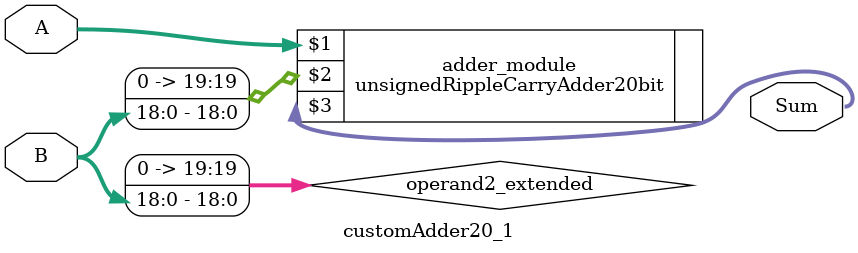
<source format=v>

module customAdder20_1(
                    input [19 : 0] A,
                    input [18 : 0] B,
                    
                    output [20 : 0] Sum
            );

    wire [19 : 0] operand2_extended;
    
    assign operand2_extended =  {1'b0, B};
    
    unsignedRippleCarryAdder20bit adder_module(
        A,
        operand2_extended,
        Sum
    );
    
endmodule
        
</source>
